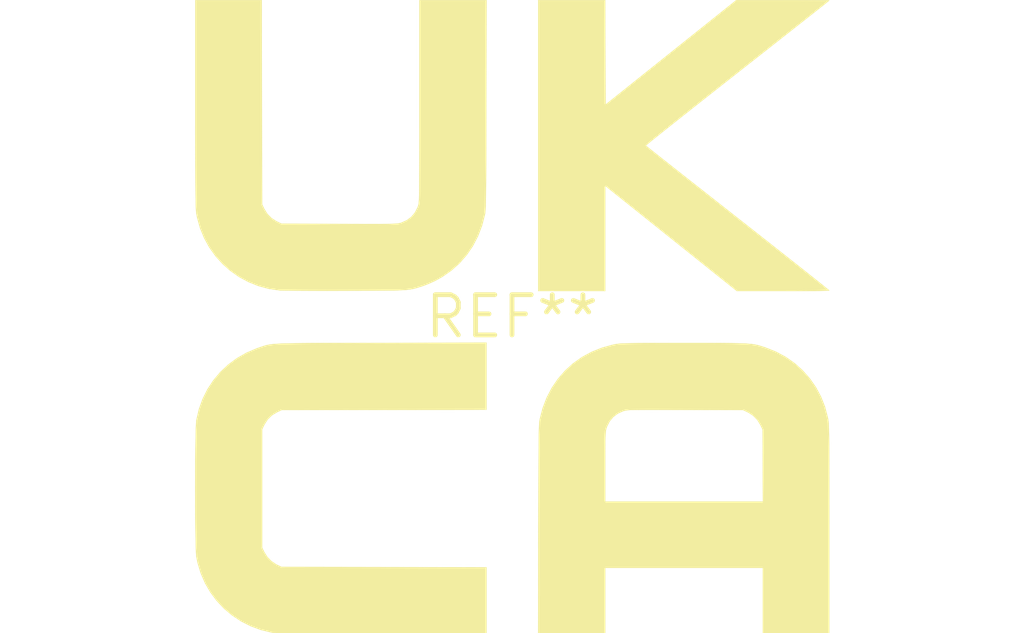
<source format=kicad_pcb>
(kicad_pcb (version 20240108) (generator pcbnew)
  (layers (0 "F.Cu" signal) (31 "B.Cu" signal) (34 "B.Paste" user) (35 "F.Paste" user) (36 "B.SilkS" user "B.Silkscreen") (37 "F.SilkS" user "F.Silkscreen") (38 "B.Mask" user) (39 "F.Mask" user) (44 "Edge.Cuts" user))
  (net 0 "")
  (footprint "UKCA-Logo_20x20mm_SilkScreen" (layer "F.Cu") (at 0 0)
    (property "Reference" "REF**")
    (property "Value" "UKCA-Logo_20x20mm_SilkScreen")
    (fp_poly (pts (xy 2.947329 -8.341775) (xy 2.95275 -6.692884) (xy 5.013847 -8.341775) (xy 7.074943 -9.990666) (xy 8.543388 -9.990666) (xy 8.788482 -9.990539) (xy 9.020765 -9.99017) (xy 9.236837 -9.989582) (xy 9.433294 -9.988794) (xy 9.606736 -9.987829) (xy 9.753758 -9.986706) (xy 9.870959 -9.985448) (xy 9.954937 -9.984075) (xy 10.00229 -9.982609) (xy 10.011834 -9.981573) (xy 9.995465 -9.967747) (xy 9.947487 -9.929113) (xy 9.869588 -9.867004) (xy 9.763457 -9.782752) (xy 9.630783 -9.67769) (xy 9.473254 -9.553149) (xy 9.29256 -9.410462) (xy 9.09039 -9.250962) (xy 8.868432 -9.07598) (xy 8.628376 -8.88685) (xy 8.37191 -8.684902) (xy 8.100724 -8.47147) (xy 7.816506 -8.247886) (xy 7.520946 -8.015483) (xy 7.215732 -7.775591) (xy 7.111779 -7.693909) (xy 6.803803 -7.45179) (xy 6.505029 -7.216624) (xy 6.217139 -6.989749) (xy 5.941816 -6.772499) (xy 5.68074 -6.566213) (xy 5.435596 -6.372226) (xy 5.208064 -6.191876) (xy 4.999828 -6.026498) (xy 4.81257 -5.877429) (xy 4.647972 -5.746006) (xy 4.507716 -5.633566) (xy 4.393485 -5.541444) (xy 4.30696 -5.470978) (xy 4.249825 -5.423503) (xy 4.223761 -5.400357) (xy 4.222272 -5.398274) (xy 4.239775 -5.383587) (xy 4.288877 -5.344101) (xy 4.367877 -5.281157) (xy 4.475075 -5.196095) (xy 4.60877 -5.090258) (xy 4.767263 -4.964985) (xy 4.948853 -4.821619) (xy 5.15184 -4.661499) (xy 5.374524 -4.485968) (xy 5.615204 -4.296365) (xy 5.87218 -4.094033) (xy 6.143752 -3.880312) (xy 6.42822 -3.656543) (xy 6.723883 -3.424067) (xy 7.029041 -3.184226) (xy 7.122326 -3.110927) (xy 7.429875 -2.869184) (xy 7.728329 -2.634387) (xy 8.015995 -2.407879) (xy 8.29118 -2.191) (xy 8.552191 -1.98509) (xy 8.797336 -1.791491) (xy 9.02492 -1.611543) (xy 9.233252 -1.446586) (xy 9.420639 -1.297962) (xy 9.585387 -1.167012) (xy 9.725804 -1.055076) (xy 9.840197 -0.963494) (xy 9.926873 -0.893608) (xy 9.984139 -0.846758) (xy 10.010302 -0.824286) (xy 10.011834 -0.82249) (xy 9.991236 -0.819449) (xy 9.93172 -0.816567) (xy 9.8367 -0.813888) (xy 9.70959 -0.811453) (xy 9.553805 -0.809306) (xy 9.372759 -0.807489) (xy 9.169868 -0.806044) (xy 8.948545 -0.805013) (xy 8.712205 -0.80444) (xy 8.553927 -0.804333) (xy 7.096021 -0.804333) (xy 5.019094 -2.465994) (xy 2.942167 -4.127654) (xy 2.942167 -0.804333) (xy 0.8255 -0.804333) (xy 0.8255 -9.990666) (xy 2.941909 -9.990666) (xy 2.947329 -8.341775)) (layer "F.SilkS") (stroke (width 0.01)) (fill solid))
    (fp_poly (pts (xy -0.804333 2.941635) (xy -4.037541 2.947193) (xy -7.27075 2.95275) (xy -7.412582 3.019942) (xy -7.573983 3.119056) (xy -7.70699 3.249186) (xy -7.809214 3.407942) (xy -7.817392 3.424752) (xy -7.884583 3.566584) (xy -7.884583 7.291917) (xy -7.819351 7.429561) (xy -7.722386 7.586353) (xy -7.593536 7.720547) (xy -7.440564 7.824379) (xy -7.408394 7.840518) (xy -7.27075 7.90575) (xy -4.037541 7.911372) (xy -0.804333 7.916995) (xy -0.804333 10.011834) (xy -4.111625 10.009934) (xy -4.56465 10.009616) (xy -4.977205 10.009197) (xy -5.351153 10.008659) (xy -5.688357 10.007986) (xy -5.990682 10.007162) (xy -6.259989 10.006169) (xy -6.498142 10.004992) (xy -6.707005 10.003614) (xy -6.88844 10.002018) (xy -7.044312 10.000188) (xy -7.176482 9.998107) (xy -7.286814 9.995759) (xy -7.377173 9.993126) (xy -7.44942 9.990194) (xy -7.505419 9.986944) (xy -7.547033 9.983361) (xy -7.576126 9.979428) (xy -7.577666 9.979152) (xy -7.919861 9.896281) (xy -8.244178 9.776683) (xy -8.548337 9.622649) (xy -8.830055 9.436466) (xy -9.087051 9.220425) (xy -9.317042 8.976814) (xy -9.517748 8.707923) (xy -9.686887 8.41604) (xy -9.822176 8.103454) (xy -9.921334 7.772455) (xy -9.958385 7.590769) (xy -9.964594 7.532378) (xy -9.970218 7.435469) (xy -9.975256 7.303852) (xy -9.97971 7.141337) (xy -9.983577 6.951736) (xy -9.98686 6.73886) (xy -9.989557 6.506518) (xy -9.991668 6.258522) (xy -9.993195 5.998683) (xy -9.994136 5.730811) (xy -9.994492 5.458717) (xy -9.994262 5.186211) (xy -9.993447 4.917105) (xy -9.992047 4.655208) (xy -9.990063 4.404333) (xy -9.987492 4.168289) (xy -9.984336 3.950887) (xy -9.980594 3.755938) (xy -9.976267 3.587253) (xy -9.971355 3.448642) (xy -9.965858 3.343916) (xy -9.959775 3.276886) (xy -9.958385 3.267731) (xy -9.878812 2.925675) (xy -9.761617 2.600768) (xy -9.608851 2.295397) (xy -9.422568 2.011947) (xy -9.204821 1.752805) (xy -8.957663 1.520357) (xy -8.683145 1.31699) (xy -8.383322 1.145088) (xy -8.060246 1.00704) (xy -7.993619 0.983903) (xy -7.938657 0.965224) (xy -7.889254 0.948226) (xy -7.843291 0.932825) (xy -7.798648 0.918938) (xy -7.753207 0.906483) (xy -7.704847 0.895375) (xy -7.651448 0.885532) (xy -7.590892 0.87687) (xy -7.521058 0.869306) (xy -7.439827 0.862757) (xy -7.34508 0.85714) (xy -7.234696 0.852371) (xy -7.106556 0.848368) (xy -6.958541 0.845047) (xy -6.78853 0.842324) (xy -6.594405 0.840117) (xy -6.374046 0.838343) (xy -6.125333 0.836918) (xy -5.846146 0.835758) (xy -5.534366 0.834782) (xy -5.187873 0.833905) (xy -4.804548 0.833044) (xy -4.382271 0.832117) (xy -4.111625 0.831499) (xy -0.804333 0.823766) (xy -0.804333 2.941635)) (layer "F.SilkS") (stroke (width 0.01)) (fill solid))
    (fp_poly (pts (xy 6.084291 0.836171) (xy 6.355591 0.83653) (xy 6.593294 0.837322) (xy 6.800311 0.838714) (xy 6.979554 0.840873) (xy 7.133935 0.843965) (xy 7.266366 0.848157) (xy 7.379759 0.853616) (xy 7.477026 0.860509) (xy 7.561079 0.869003) (xy 7.634829 0.879264) (xy 7.701189 0.89146) (xy 7.76307 0.905756) (xy 7.823384 0.922321) (xy 7.885044 0.94132) (xy 7.950961 0.962921) (xy 8.014786 0.98421) (xy 8.339567 1.114027) (xy 8.642501 1.278675) (xy 8.92137 1.475579) (xy 9.173961 1.702164) (xy 9.398056 1.955854) (xy 9.591439 2.234074) (xy 9.751896 2.534249) (xy 9.87721 2.853803) (xy 9.965165 3.19016) (xy 9.979552 3.267731) (xy 9.983915 3.297339) (xy 9.987876 3.334274) (xy 9.991453 3.380551) (xy 9.994665 3.438187) (xy 9.997531 3.509197) (xy 10.00007 3.595597) (xy 10.002299 3.699402) (xy 10.004239 3.822629) (xy 10.005908 3.967293) (xy 10.007325 4.13541) (xy 10.008508 4.328996) (xy 10.009477 4.550066) (xy 10.010249 4.800636) (xy 10.010844 5.082723) (xy 10.011281 5.398341) (xy 10.011578 5.749506) (xy 10.011754 6.138235) (xy 10.011828 6.566542) (xy 10.011834 6.733773) (xy 10.011834 10.011834) (xy 7.916334 10.011834) (xy 7.916334 7.9375) (xy 2.942167 7.9375) (xy 2.942167 10.011834) (xy 0.823877 10.011834) (xy 0.831494 6.715125) (xy 0.832542 6.274475) (xy 0.833571 5.874117) (xy 0.834605 5.512008) (xy 0.835671 5.186107) (xy 0.836794 4.894372) (xy 0.837502 4.741778) (xy 2.942167 4.741778) (xy 2.942167 5.842) (xy 7.918063 5.842) (xy 7.911906 4.704292) (xy 7.90575 3.566584) (xy 7.838559 3.424752) (xy 7.739444 3.26335) (xy 7.609314 3.130343) (xy 7.450559 3.028119) (xy 7.433749 3.019942) (xy 7.291917 2.95275) (xy 5.471584 2.946763) (xy 5.152078 2.94573) (xy 4.872066 2.944906) (xy 4.628711 2.944347) (xy 4.419174 2.944108) (xy 4.240616 2.944243) (xy 4.090199 2.944809) (xy 3.965085 2.945861) (xy 3.862434 2.947454) (xy 3.77941 2.949642) (xy 3.713172 2.952483) (xy 3.660884 2.95603) (xy 3.619706 2.96034) (xy 3.5868 2.965467) (xy 3.559328 2.971467) (xy 3.53445 2.978396) (xy 3.513667 2.984914) (xy 3.342264 3.06081) (xy 3.197748 3.168852) (xy 3.082452 3.306726) (xy 2.998707 3.472117) (xy 2.985777 3.50882) (xy 2.976082 3.539875) (xy 2.967939 3.571571) (xy 2.961213 3.607727) (xy 2.95577 3.652162) (xy 2.951473 3.708694) (xy 2.948189 3.781143) (xy 2.945781 3.873328) (xy 2.944115 3.989068) (xy 2.943056 4.132183) (xy 2.942468 4.30649) (xy 2.942217 4.51581) (xy 2.942167 4.741778) (xy 0.837502 4.741778) (xy 0.837999 4.634761) (xy 0.839311 4.405233) (xy 0.840756 4.203745) (xy 0.842359 4.028256) (xy 0.844147 3.876724) (xy 0.846143 3.747107) (xy 0.848374 3.637363) (xy 0.850865 3.545451) (xy 0.853641 3.469328) (xy 0.856727 3.406953) (xy 0.86015 3.356285) (xy 0.863935 3.31528) (xy 0.868106 3.281898) (xy 0.87269 3.254096) (xy 0.874674 3.243937) (xy 0.967167 2.889869) (xy 1.094949 2.557591) (xy 1.256284 2.248825) (xy 1.449432 1.965294) (xy 1.672656 1.708723) (xy 1.924219 1.480835) (xy 2.202383 1.283351) (xy 2.505409 1.117997) (xy 2.831561 0.986495) (xy 3.1791 0.890568) (xy 3.265518 0.873027) (xy 3.301783 0.866711) (xy 3.34152 0.861152) (xy 3.387509 0.856301) (xy 3.442533 0.852112) (xy 3.509373 0.848536) (xy 3.59081 0.845527) (xy 3.689627 0.843036) (xy 3.808605 0.841016) (xy 3.950525 0.83942) (xy 4.118169 0.838201) (xy 4.314319 0.83731) (xy 4.541756 0.8367) (xy 4.803262 0.836324) (xy 5.101618 0.836134) (xy 5.42925 0.836084) (xy 5.776481 0.836078) (xy 6.084291 0.836171)) (layer "F.SilkS") (stroke (width 0.01)) (fill solid))
    (fp_poly (pts (xy -7.890206 -6.768042) (xy -7.884583 -3.545416) (xy -7.817392 -3.403585) (xy -7.718277 -3.242183) (xy -7.588147 -3.109176) (xy -7.429392 -3.006952) (xy -7.412582 -2.998775) (xy -7.27075 -2.931583) (xy -5.450416 -2.925596) (xy -5.130911 -2.924563) (xy -4.850899 -2.923739) (xy -4.607544 -2.92318) (xy -4.398007 -2.922941) (xy -4.219449 -2.923076) (xy -4.069032 -2.923642) (xy -3.943918 -2.924694) (xy -3.841267 -2.926287) (xy -3.758243 -2.928475) (xy -3.692005 -2.931316) (xy -3.639717 -2.934863) (xy -3.598539 -2.939173) (xy -3.565633 -2.9443) (xy -3.538161 -2.9503) (xy -3.513283 -2.957229) (xy -3.4925 -2.963747) (xy -3.321097 -3.039643) (xy -3.176581 -3.147685) (xy -3.061285 -3.285559) (xy -2.97754 -3.45095) (xy -2.96461 -3.487653) (xy -2.958736 -3.506038) (xy -2.953415 -3.525085) (xy -2.94862 -3.546872) (xy -2.944322 -3.573474) (xy -2.940495 -3.606968) (xy -2.937111 -3.649429) (xy -2.934143 -3.702936) (xy -2.931564 -3.769562) (xy -2.929347 -3.851386) (xy -2.927464 -3.950483) (xy -2.925887 -4.06893) (xy -2.924591 -4.208803) (xy -2.923546 -4.372178) (xy -2.922727 -4.561132) (xy -2.922105 -4.77774) (xy -2.921654 -5.02408) (xy -2.921346 -5.302228) (xy -2.921154 -5.61426) (xy -2.92105 -5.962252) (xy -2.921008 -6.34828) (xy -2.921 -6.774422) (xy -2.921 -9.990666) (xy -0.80271 -9.990666) (xy -0.810327 -6.693958) (xy -0.811375 -6.253308) (xy -0.812404 -5.85295) (xy -0.813438 -5.490841) (xy -0.814504 -5.16494) (xy -0.815627 -4.873205) (xy -0.816832 -4.613594) (xy -0.818144 -4.384066) (xy -0.819589 -4.182578) (xy -0.821192 -4.007089) (xy -0.82298 -3.855557) (xy -0.824976 -3.72594) (xy -0.827207 -3.616196) (xy -0.829698 -3.524284) (xy -0.832474 -3.448161) (xy -0.83556 -3.385786) (xy -0.838983 -3.335118) (xy -0.842768 -3.294113) (xy -0.846939 -3.260731) (xy -0.851523 -3.232929) (xy -0.853507 -3.22277) (xy -0.945774 -2.868377) (xy -1.073085 -2.535814) (xy -1.234247 -2.226686) (xy -1.428065 -1.942596) (xy -1.653346 -1.685146) (xy -1.908897 -1.455941) (xy -2.193524 -1.256584) (xy -2.405744 -1.137524) (xy -2.521719 -1.082124) (xy -2.650361 -1.026531) (xy -2.773017 -0.978559) (xy -2.84177 -0.954826) (xy -2.912615 -0.932223) (xy -2.976441 -0.912286) (xy -3.036262 -0.894841) (xy -3.095093 -0.879714) (xy -3.155949 -0.86673) (xy -3.221844 -0.855714) (xy -3.295794 -0.846491) (xy -3.380812 -0.838888) (xy -3.479913 -0.832728) (xy -3.596113 -0.827838) (xy -3.732426 -0.824044) (xy -3.891866 -0.821169) (xy -4.077449 -0.819041) (xy -4.292188 -0.817483) (xy -4.539099 -0.816322) (xy -4.821196 -0.815383) (xy -5.141495 -0.814492) (xy -5.2705 -0.814138) (xy -5.553341 -0.813552) (xy -5.827528 -0.813366) (xy -6.089626 -0.81356) (xy -6.3362 -0.814115) (xy -6.563817 -0.81501) (xy -6.769042 -0.816226) (xy -6.948441 -0.817745) (xy -7.098579 -0.819545) (xy -7.216022 -0.821607) (xy -7.297335 -0.823912) (xy -7.33425 -0.825934) (xy -7.677541 -0.877085) (xy -8.006928 -0.966705) (xy -8.319922 -1.092498) (xy -8.614033 -1.252168) (xy -8.886772 -1.443418) (xy -9.135649 -1.663952) (xy -9.358176 -1.911474) (xy -9.551862 -2.183687) (xy -9.71422 -2.478295) (xy -9.842758 -2.793003) (xy -9.934989 -3.125513) (xy -9.958385 -3.246564) (xy -9.962748 -3.276172) (xy -9.966709 -3.313107) (xy -9.970286 -3.359384) (xy -9.973498 -3.41702) (xy -9.976364 -3.48803) (xy -9.978903 -3.57443) (xy -9.981132 -3.678235) (xy -9.983072 -3.801462) (xy -9.984741 -3.946126) (xy -9.986158 -4.114243) (xy -9.987341 -4.307829) (xy -9.98831 -4.528899) (xy -9.989082 -4.779469) (xy -9.989677 -5.061556) (xy -9.990114 -5.377174) (xy -9.990411 -5.728339) (xy -9.990587 -6.117068) (xy -9.990661 -6.545375) (xy -9.990666 -6.712606) (xy -9.990666 -9.990666) (xy -7.89583 -9.990666) (xy -7.890206 -6.768042)) (layer "F.SilkS") (stroke (width 0.01)) (fill solid))
  )
)
</source>
